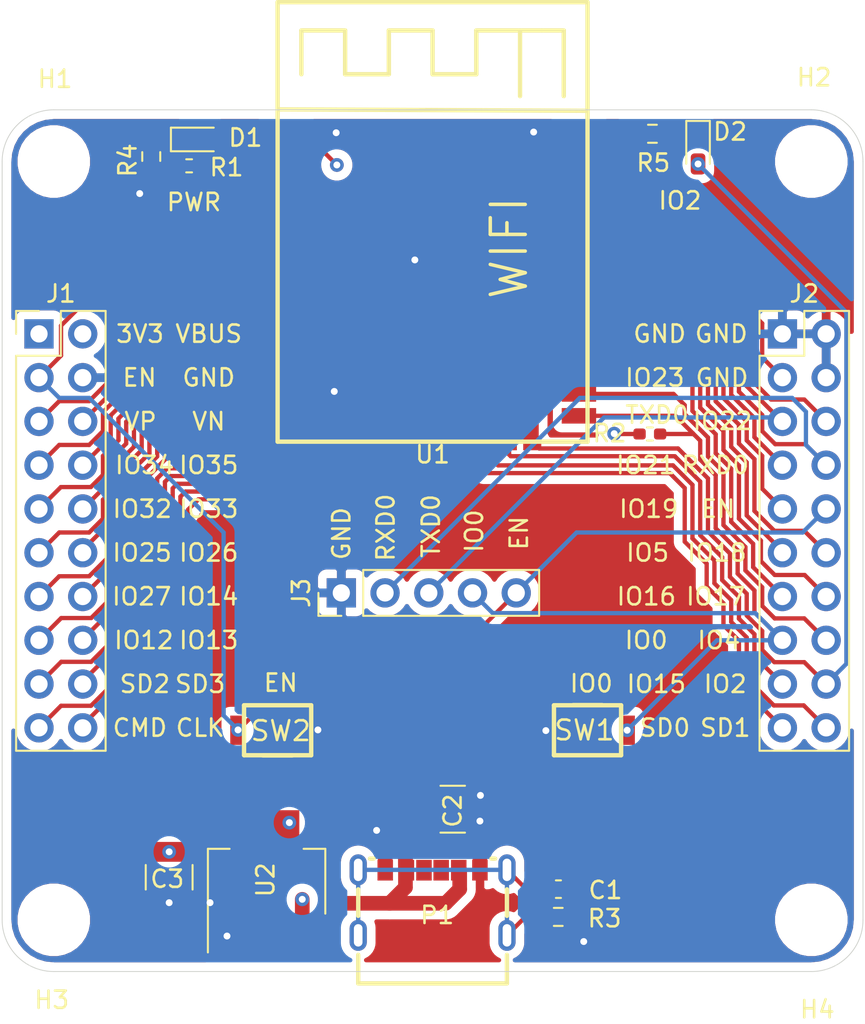
<source format=kicad_pcb>
(kicad_pcb (version 20171130) (host pcbnew "(5.1.10-1-10_14)")
  (layers (0 F.Cu signal) (1 GND power) (2 PWR power) (31 B.Cu signal) (34 B.Paste user) (35 F.Paste user) (36 B.SilkS user) (37 F.SilkS user) (38 B.Mask user) (39 F.Mask user) (44 Edge.Cuts user))
  (net 0 "")
  (net 1 GND)
  (net 2 EN)
  (net 3 +3V3)
  (net 4 IO0)
  (net 5 IO2)
  (net 6 "Net-(C1-Pad1)")
  (net 7 VBUS)
  (net 8 "Net-(D1-Pad1)")
  (net 9 "Net-(D2-Pad1)")
  (net 10 CLK)
  (net 11 SD0)
  (net 12 SD3)
  (net 13 CMD)
  (net 14 IO13)
  (net 15 SD2)
  (net 16 IO14)
  (net 17 IO12)
  (net 18 IO26)
  (net 19 IO27)
  (net 20 IO33)
  (net 21 IO25)
  (net 22 IO35)
  (net 23 IO32)
  (net 24 SENSOR_VN)
  (net 25 IO34)
  (net 26 SENSOR_VP)
  (net 27 SD1)
  (net 28 IO15)
  (net 29 IO4)
  (net 30 IO16)
  (net 31 IO17)
  (net 32 IO5)
  (net 33 IO18)
  (net 34 IO19)
  (net 35 IO21)
  (net 36 RXD0)
  (net 37 TXD0)
  (net 38 IO22)
  (net 39 IO23)
  (module Connector_PinHeader_2.54mm:PinHeader_1x05_P2.54mm_Vertical (layer F.Cu) (at 119.7 78.03 90)
    (fp_text reference J3 (at 0 -2.33 90) (layer F.SilkS))
    (fp_text value Conn_01x05)
    (pad 5 thru_hole oval (at 0 10.16 90) (size 1.7 1.7) (drill 1) (layers *.Cu *.Mask) (net 2 EN))
    (pad 4 thru_hole oval (at 0 7.62 90) (size 1.7 1.7) (drill 1) (layers *.Cu *.Mask) (net 4 IO0))
    (pad 3 thru_hole oval (at 0 5.08 90) (size 1.7 1.7) (drill 1) (layers *.Cu *.Mask) (net 37 TXD0))
    (pad 2 thru_hole oval (at 0 2.54 90) (size 1.7 1.7) (drill 1) (layers *.Cu *.Mask) (net 36 RXD0))
    (pad 1 thru_hole rect (at 0 0 90) (size 1.7 1.7) (drill 1) (layers *.Cu *.Mask) (net 1 GND))
  )
  (module Resistor_SMD:R_0402_1005Metric_Pad0.72x0.64mm_HandSolder (layer F.Cu) (at 137.62 68.81)
    (fp_text reference R2 (at -2.34 -0.04) (layer F.SilkS))
    (fp_text value 10k)
    (pad 2 smd roundrect (at 0.5975 0) (size 0.715 0.64) (layers F.Cu F.Paste F.Mask) (net 4 IO0))
    (pad 1 smd roundrect (at -0.5975 0) (size 0.715 0.64) (layers F.Cu F.Paste F.Mask) (net 3 +3V3))
  )
  (module Resistor_SMD:R_0402_1005Metric_Pad0.72x0.64mm_HandSolder (layer F.Cu) (at 110.86 53.25 180)
    (fp_text reference R1 (at -2.17 -0.09) (layer F.SilkS))
    (fp_text value 10k)
    (pad 2 smd roundrect (at 0.5975 0 180) (size 0.715 0.64) (layers F.Cu F.Paste F.Mask) (net 2 EN))
    (pad 1 smd roundrect (at -0.5975 0 180) (size 0.715 0.64) (layers F.Cu F.Paste F.Mask) (net 3 +3V3))
  )
  (module Capacitor_SMD:C_1210_3225Metric (layer F.Cu) (at 109.7 94.53 270)
    (fp_text reference C3 (at 0.1 0.11 180) (layer F.SilkS))
    (fp_text value C_Small)
    (pad 2 smd roundrect (at 1.475 0 270) (size 1.15 2.7) (layers F.Cu F.Paste F.Mask) (roundrect_rratio 0.2173904347826087) (net 1 GND))
    (pad 1 smd roundrect (at -1.475 0 270) (size 1.15 2.7) (layers F.Cu F.Paste F.Mask) (roundrect_rratio 0.2173904347826087) (net 3 +3V3))
  )
  (module Capacitor_SMD:C_1210_3225Metric_Pad1.33x2.70mm_HandSolder (layer F.Cu) (at 126.17 90.58)
    (fp_text reference C2 (at 0 0.09 90) (layer F.SilkS))
    (fp_text value C_Small)
    (pad 2 smd roundrect (at 1.5625 0) (size 1.325 2.7) (layers F.Cu F.Paste F.Mask) (roundrect_rratio 0.1886784905660377) (net 1 GND))
    (pad 1 smd roundrect (at -1.5625 0) (size 1.325 2.7) (layers F.Cu F.Paste F.Mask) (roundrect_rratio 0.1886784905660377) (net 7 VBUS))
  )
  (module Connector_PinHeader_2.54mm:PinHeader_2x10_P2.54mm_Vertical (layer F.Cu) (at 145.32 63)
    (fp_text reference J2 (at 1.27 -2.33) (layer F.SilkS))
    (fp_text value Conn_02x10_Odd_Even)
    (pad 20 thru_hole oval (at 2.54 22.86) (size 1.7 1.7) (drill 1) (layers *.Cu *.Mask) (net 27 SD1))
    (pad 19 thru_hole oval (at 0 22.86) (size 1.7 1.7) (drill 1) (layers *.Cu *.Mask) (net 11 SD0))
    (pad 18 thru_hole oval (at 2.54 20.32) (size 1.7 1.7) (drill 1) (layers *.Cu *.Mask) (net 5 IO2))
    (pad 17 thru_hole oval (at 0 20.32) (size 1.7 1.7) (drill 1) (layers *.Cu *.Mask) (net 28 IO15))
    (pad 16 thru_hole oval (at 2.54 17.78) (size 1.7 1.7) (drill 1) (layers *.Cu *.Mask) (net 29 IO4))
    (pad 15 thru_hole oval (at 0 17.78) (size 1.7 1.7) (drill 1) (layers *.Cu *.Mask) (net 4 IO0))
    (pad 14 thru_hole oval (at 2.54 15.24) (size 1.7 1.7) (drill 1) (layers *.Cu *.Mask) (net 31 IO17))
    (pad 13 thru_hole oval (at 0 15.24) (size 1.7 1.7) (drill 1) (layers *.Cu *.Mask) (net 30 IO16))
    (pad 12 thru_hole oval (at 2.54 12.7) (size 1.7 1.7) (drill 1) (layers *.Cu *.Mask) (net 33 IO18))
    (pad 11 thru_hole oval (at 0 12.7) (size 1.7 1.7) (drill 1) (layers *.Cu *.Mask) (net 32 IO5))
    (pad 10 thru_hole oval (at 2.54 10.16) (size 1.7 1.7) (drill 1) (layers *.Cu *.Mask) (net 2 EN))
    (pad 9 thru_hole oval (at 0 10.16) (size 1.7 1.7) (drill 1) (layers *.Cu *.Mask) (net 34 IO19))
    (pad 8 thru_hole oval (at 2.54 7.62) (size 1.7 1.7) (drill 1) (layers *.Cu *.Mask) (net 36 RXD0))
    (pad 7 thru_hole oval (at 0 7.62) (size 1.7 1.7) (drill 1) (layers *.Cu *.Mask) (net 35 IO21))
    (pad 6 thru_hole oval (at 2.54 5.08) (size 1.7 1.7) (drill 1) (layers *.Cu *.Mask) (net 38 IO22))
    (pad 5 thru_hole oval (at 0 5.08) (size 1.7 1.7) (drill 1) (layers *.Cu *.Mask) (net 37 TXD0))
    (pad 4 thru_hole oval (at 2.54 2.54) (size 1.7 1.7) (drill 1) (layers *.Cu *.Mask) (net 1 GND))
    (pad 3 thru_hole oval (at 0 2.54) (size 1.7 1.7) (drill 1) (layers *.Cu *.Mask) (net 39 IO23))
    (pad 2 thru_hole oval (at 2.54 0) (size 1.7 1.7) (drill 1) (layers *.Cu *.Mask) (net 1 GND))
    (pad 1 thru_hole rect (at 0 0) (size 1.7 1.7) (drill 1) (layers *.Cu *.Mask) (net 1 GND))
  )
  (module Connector_PinHeader_2.54mm:PinHeader_2x10_P2.54mm_Vertical (layer F.Cu) (at 102.14 63)
    (fp_text reference J1 (at 1.27 -2.33) (layer F.SilkS))
    (fp_text value Conn_02x10_Odd_Even)
    (pad 20 thru_hole oval (at 2.54 22.86) (size 1.7 1.7) (drill 1) (layers *.Cu *.Mask) (net 10 CLK))
    (pad 19 thru_hole oval (at 0 22.86) (size 1.7 1.7) (drill 1) (layers *.Cu *.Mask) (net 13 CMD))
    (pad 18 thru_hole oval (at 2.54 20.32) (size 1.7 1.7) (drill 1) (layers *.Cu *.Mask) (net 12 SD3))
    (pad 17 thru_hole oval (at 0 20.32) (size 1.7 1.7) (drill 1) (layers *.Cu *.Mask) (net 15 SD2))
    (pad 16 thru_hole oval (at 2.54 17.78) (size 1.7 1.7) (drill 1) (layers *.Cu *.Mask) (net 14 IO13))
    (pad 15 thru_hole oval (at 0 17.78) (size 1.7 1.7) (drill 1) (layers *.Cu *.Mask) (net 17 IO12))
    (pad 14 thru_hole oval (at 2.54 15.24) (size 1.7 1.7) (drill 1) (layers *.Cu *.Mask) (net 16 IO14))
    (pad 13 thru_hole oval (at 0 15.24) (size 1.7 1.7) (drill 1) (layers *.Cu *.Mask) (net 19 IO27))
    (pad 12 thru_hole oval (at 2.54 12.7) (size 1.7 1.7) (drill 1) (layers *.Cu *.Mask) (net 18 IO26))
    (pad 11 thru_hole oval (at 0 12.7) (size 1.7 1.7) (drill 1) (layers *.Cu *.Mask) (net 21 IO25))
    (pad 10 thru_hole oval (at 2.54 10.16) (size 1.7 1.7) (drill 1) (layers *.Cu *.Mask) (net 20 IO33))
    (pad 9 thru_hole oval (at 0 10.16) (size 1.7 1.7) (drill 1) (layers *.Cu *.Mask) (net 23 IO32))
    (pad 8 thru_hole oval (at 2.54 7.62) (size 1.7 1.7) (drill 1) (layers *.Cu *.Mask) (net 22 IO35))
    (pad 7 thru_hole oval (at 0 7.62) (size 1.7 1.7) (drill 1) (layers *.Cu *.Mask) (net 25 IO34))
    (pad 6 thru_hole oval (at 2.54 5.08) (size 1.7 1.7) (drill 1) (layers *.Cu *.Mask) (net 24 SENSOR_VN))
    (pad 5 thru_hole oval (at 0 5.08) (size 1.7 1.7) (drill 1) (layers *.Cu *.Mask) (net 26 SENSOR_VP))
    (pad 4 thru_hole oval (at 2.54 2.54) (size 1.7 1.7) (drill 1) (layers *.Cu *.Mask) (net 1 GND))
    (pad 3 thru_hole oval (at 0 2.54) (size 1.7 1.7) (drill 1) (layers *.Cu *.Mask) (net 2 EN))
    (pad 2 thru_hole oval (at 2.54 0) (size 1.7 1.7) (drill 1) (layers *.Cu *.Mask) (net 7 VBUS))
    (pad 1 thru_hole rect (at 0 0) (size 1.7 1.7) (drill 1) (layers *.Cu *.Mask) (net 3 +3V3))
  )
  (module MountingHole:MountingHole_3.2mm_M3_ISO7380 (layer F.Cu) (at 147 97)
    (fp_text reference H4 (at 0.35 5.2) (layer F.SilkS))
    (fp_text value MountingHole)
    (pad 1 np_thru_hole circle (at 0 0) (size 3.2 3.2) (drill 3.2) (layers *.Cu *.Mask))
  )
  (module MountingHole:MountingHole_3.2mm_M3_ISO7380 (layer F.Cu) (at 103 97)
    (fp_text reference H3 (at -0.12 4.65) (layer F.SilkS))
    (fp_text value MountingHole)
    (pad 1 np_thru_hole circle (at 0 0) (size 3.2 3.2) (drill 3.2) (layers *.Cu *.Mask))
  )
  (module MountingHole:MountingHole_3.2mm_M3_ISO7380 (layer F.Cu) (at 147 53)
    (fp_text reference H2 (at 0.16 -4.88) (layer F.SilkS))
    (fp_text value MountingHole)
    (pad 1 np_thru_hole circle (at 0 0) (size 3.2 3.2) (drill 3.2) (layers *.Cu *.Mask))
  )
  (module MountingHole:MountingHole_3.2mm_M3_ISO7380 (layer F.Cu) (at 103 53)
    (fp_text reference H1 (at 0.07 -4.79) (layer F.SilkS))
    (fp_text value MountingHole)
    (pad 1 np_thru_hole circle (at 0 0) (size 3.2 3.2) (drill 3.2) (layers *.Cu *.Mask))
  )
  (module Package_TO_SOT_SMD:SOT-223-3_TabPin2 (layer F.Cu) (at 115.36 94.79 90)
    (fp_text reference U2 (at 0.11 -0.06 90) (layer F.SilkS))
    (fp_text value LM1117-3.3)
    (pad 1 smd rect (at -3.15 -2.3 90) (size 2 1.5) (layers F.Cu F.Paste F.Mask) (net 1 GND))
    (pad 3 smd rect (at -3.15 2.3 90) (size 2 1.5) (layers F.Cu F.Paste F.Mask) (net 7 VBUS))
    (pad 2 smd rect (at -3.15 0 90) (size 2 1.5) (layers F.Cu F.Paste F.Mask) (net 3 +3V3))
    (pad 2 smd rect (at 3.15 0 90) (size 2 3.8) (layers F.Cu F.Paste F.Mask) (net 3 +3V3))
  )
  (module Resistor_SMD:R_0603_1608Metric_Pad0.98x0.95mm_HandSolder (layer F.Cu) (at 137.77 51.39 180)
    (fp_text reference R5 (at -0.05 -1.69) (layer F.SilkS))
    (fp_text value 10k)
    (pad 2 smd roundrect (at 0.9125 0 180) (size 0.975 0.95) (layers F.Cu F.Paste F.Mask) (net 1 GND))
    (pad 1 smd roundrect (at -0.9125 0 180) (size 0.975 0.95) (layers F.Cu F.Paste F.Mask) (net 9 "Net-(D2-Pad1)"))
  )
  (module Resistor_SMD:R_0603_1608Metric_Pad0.98x0.95mm_HandSolder (layer F.Cu) (at 108.66 52.71 270)
    (fp_text reference R4 (at 0.22 1.37 90) (layer F.SilkS))
    (fp_text value 10k)
    (pad 2 smd roundrect (at 0.9125 0 270) (size 0.975 0.95) (layers F.Cu F.Paste F.Mask) (net 1 GND))
    (pad 1 smd roundrect (at -0.9125 0 270) (size 0.975 0.95) (layers F.Cu F.Paste F.Mask) (net 8 "Net-(D1-Pad1)"))
  )
  (module LED_SMD:LED_0603_1608Metric_Castellated (layer F.Cu) (at 140.42 52.33 270)
    (fp_text reference D2 (at -1.06 -1.86 180) (layer F.SilkS))
    (fp_text value LED)
    (pad 2 smd roundrect (at 0.8125 0 270) (size 1.225 0.85) (layers F.Cu F.Paste F.Mask) (net 5 IO2))
    (pad 1 smd roundrect (at -0.8125 0 270) (size 1.225 0.85) (layers F.Cu F.Paste F.Mask) (net 9 "Net-(D2-Pad1)"))
  )
  (module LED_SMD:LED_0603_1608Metric_Castellated (layer F.Cu) (at 111.4875 51.72)
    (fp_text reference D1 (at 2.6425 -0.1) (layer F.SilkS))
    (fp_text value LED)
    (pad 2 smd roundrect (at 0.8125 0) (size 1.225 0.85) (layers F.Cu F.Paste F.Mask) (net 3 +3V3))
    (pad 1 smd roundrect (at -0.8125 0) (size 1.225 0.85) (layers F.Cu F.Paste F.Mask) (net 8 "Net-(D1-Pad1)"))
  )
  (module Resistor_SMD:R_0603_1608Metric_Pad0.98x0.95mm_HandSolder (layer F.Cu) (at 132.3 96.83)
    (fp_text reference R3 (at 2.69 0.09) (layer F.SilkS))
    (fp_text value 10k)
    (pad 2 smd roundrect (at 0.9125 0) (size 0.975 0.95) (layers F.Cu F.Paste F.Mask) (net 1 GND))
    (pad 1 smd roundrect (at -0.9125 0) (size 0.975 0.95) (layers F.Cu F.Paste F.Mask) (net 6 "Net-(C1-Pad1)"))
  )
  (module mybays_connector:USB-C-SMD_TYPEC-250D-BCP6 (layer F.Cu) (at 125 96)
    (fp_text reference P1 (at 0.27 0.73) (layer F.SilkS))
    (fp_text value USB_C_CHG_6P)
    (pad 3 thru_hole oval (at 4.320159 1.900047) (size 0.999998 1.799996) (drill oval 0.500024 1.300023) (layers *.Cu *.Mask) (net 6 "Net-(C1-Pad1)"))
    (pad 4 thru_hole oval (at 4.320159 -1.900047) (size 0.999998 1.799996) (drill oval 0.500024 1.300023) (layers *.Cu *.Mask) (net 6 "Net-(C1-Pad1)"))
    (pad 2 thru_hole oval (at -4.319905 1.900047) (size 0.999998 1.799996) (drill oval 0.500024 1.300023) (layers *.Cu *.Mask) (net 6 "Net-(C1-Pad1)"))
    (pad 1 thru_hole oval (at -4.319905 -1.900047) (size 0.999998 1.799996) (drill oval 0.500024 1.300023) (layers *.Cu *.Mask) (net 6 "Net-(C1-Pad1)"))
    (pad A12 smd rect (at 2.749931 -1.879981) (size 0.899998 1.199998) (layers F.Cu F.Paste F.Mask) (net 1 GND))
    (pad A9 smd rect (at 1.520063 -1.879981) (size 0.899998 1.199998) (layers F.Cu F.Paste F.Mask) (net 7 VBUS))
    (pad B5 smd rect (at 0.499999 -1.879981) (size 0.899998 1.199998) (layers F.Cu F.Paste F.Mask))
    (pad A5 smd rect (at -0.499999 -1.879981) (size 0.899998 1.199998) (layers F.Cu F.Paste F.Mask))
    (pad B9 smd rect (at -1.520063 -1.879981) (size 0.899998 1.199998) (layers F.Cu F.Paste F.Mask) (net 7 VBUS))
    (pad B12 smd rect (at -2.749931 -1.879981) (size 0.899998 1.199998) (layers F.Cu F.Paste F.Mask) (net 1 GND))
  )
  (module Capacitor_SMD:C_0603_1608Metric_Pad1.08x0.95mm_HandSolder (layer F.Cu) (at 132.31 95.22)
    (fp_text reference C1 (at 2.73 0.06) (layer F.SilkS))
    (fp_text value C_Small)
    (pad 2 smd roundrect (at 0.8625 0) (size 1.075 0.95) (layers F.Cu F.Paste F.Mask) (net 1 GND))
    (pad 1 smd roundrect (at -0.8625 0) (size 1.075 0.95) (layers F.Cu F.Paste F.Mask) (net 6 "Net-(C1-Pad1)"))
  )
  (module mybays_connector:turtlekey (layer F.Cu) (at 116 86)
    (fp_text reference SW2 (at -1.66 0.04) (layer F.SilkS) (effects (font (size 1.143 1.143) (thickness 0.1524)) (justify left)))
    (fp_text value SW_Push)
    (pad 1 smd rect (at -2.29997 0) (size 0.899998 1.699997) (layers F.Cu F.Paste F.Mask) (net 2 EN))
    (pad 2 smd rect (at 2.29997 0) (size 0.899998 1.699997) (layers F.Cu F.Paste F.Mask) (net 1 GND))
  )
  (module mybays_connector:turtlekey (layer F.Cu) (at 134 86 180)
    (fp_text reference SW1 (at -1.66 0) (layer F.SilkS) (effects (font (size 1.143 1.143) (thickness 0.1524)) (justify right)))
    (fp_text value SW_Push)
    (pad 1 smd rect (at -2.29997 0 180) (size 0.899998 1.699997) (layers F.Cu F.Paste F.Mask) (net 4 IO0))
    (pad 2 smd rect (at 2.29997 0 180) (size 0.899998 1.699997) (layers F.Cu F.Paste F.Mask) (net 1 GND))
  )
  (module mybays_modules:WIFIM-SMD_38P-L25.5-W18.0-P1.27 (layer F.Cu) (at 125 60)
    (fp_text reference U1 (at 0 10) (layer F.SilkS))
    (fp_text value ESP32-SOLO-1)
    (fp_text user WIFI (at 4.453128 1.134999 90) (layer F.SilkS) (effects (font (size 2.032 2.032) (thickness 0.2032)) (justify left)))
    (pad 39 smd rect (at -0.999998 -1.255141 180) (size 4.99999 4.99999) (layers F.Cu F.Paste F.Mask) (net 1 GND))
    (pad 38 smd rect (at 8.50011 -8.754999 180) (size 1.999996 0.899998) (layers F.Cu F.Paste F.Mask) (net 1 GND))
    (pad 37 smd rect (at 8.50011 -7.484999 180) (size 1.999996 0.899998) (layers F.Cu F.Paste F.Mask) (net 39 IO23))
    (pad 36 smd rect (at 8.50011 -6.214999 180) (size 1.999996 0.899998) (layers F.Cu F.Paste F.Mask) (net 38 IO22))
    (pad 35 smd rect (at 8.50011 -4.944999 180) (size 1.999996 0.899998) (layers F.Cu F.Paste F.Mask) (net 37 TXD0))
    (pad 34 smd rect (at 8.50011 -3.674999 180) (size 1.999996 0.899998) (layers F.Cu F.Paste F.Mask) (net 36 RXD0))
    (pad 33 smd rect (at 8.50011 -2.404999 180) (size 1.999996 0.899998) (layers F.Cu F.Paste F.Mask) (net 35 IO21))
    (pad 1 smd rect (at -8.50011 -8.754999 180) (size 1.999996 0.899998) (layers F.Cu F.Paste F.Mask) (net 1 GND))
    (pad 2 smd rect (at -8.50011 -7.484999 180) (size 1.999996 0.899998) (layers F.Cu F.Paste F.Mask) (net 3 +3V3))
    (pad 3 smd rect (at -8.50011 -6.214999 180) (size 1.999996 0.899998) (layers F.Cu F.Paste F.Mask) (net 2 EN))
    (pad 4 smd rect (at -8.50011 -4.944999 180) (size 1.999996 0.899998) (layers F.Cu F.Paste F.Mask) (net 26 SENSOR_VP))
    (pad 5 smd rect (at -8.50011 -3.674999 180) (size 1.999996 0.899998) (layers F.Cu F.Paste F.Mask) (net 24 SENSOR_VN))
    (pad 6 smd rect (at -8.50011 -2.404999 180) (size 1.999996 0.899998) (layers F.Cu F.Paste F.Mask) (net 25 IO34))
    (pad 7 smd rect (at -8.50011 -1.134999 180) (size 1.999996 0.899998) (layers F.Cu F.Paste F.Mask) (net 22 IO35))
    (pad 8 smd rect (at -8.50011 0.135001 180) (size 1.999996 0.899998) (layers F.Cu F.Paste F.Mask) (net 23 IO32))
    (pad 9 smd rect (at -8.50011 1.405001 180) (size 1.999996 0.899998) (layers F.Cu F.Paste F.Mask) (net 20 IO33))
    (pad 10 smd rect (at -8.50011 2.675001 180) (size 1.999996 0.899998) (layers F.Cu F.Paste F.Mask) (net 21 IO25))
    (pad 11 smd rect (at -8.50011 3.945001 180) (size 1.999996 0.899998) (layers F.Cu F.Paste F.Mask) (net 18 IO26))
    (pad 12 smd rect (at -8.50011 5.215001 180) (size 1.999996 0.899998) (layers F.Cu F.Paste F.Mask) (net 19 IO27))
    (pad 13 smd rect (at -8.50011 6.485001 180) (size 1.999996 0.899998) (layers F.Cu F.Paste F.Mask) (net 16 IO14))
    (pad 14 smd rect (at -8.50011 7.755001 180) (size 1.999996 0.899998) (layers F.Cu F.Paste F.Mask) (net 17 IO12))
    (pad 15 smd rect (at -5.715 8.754999 270) (size 1.999996 0.899998) (layers F.Cu F.Paste F.Mask) (net 1 GND))
    (pad 16 smd rect (at -4.445 8.754999 270) (size 1.999996 0.899998) (layers F.Cu F.Paste F.Mask) (net 14 IO13))
    (pad 17 smd rect (at -3.175 8.754999 270) (size 1.999996 0.899998) (layers F.Cu F.Paste F.Mask) (net 15 SD2))
    (pad 18 smd rect (at -1.905 8.754999 270) (size 1.999996 0.899998) (layers F.Cu F.Paste F.Mask) (net 12 SD3))
    (pad 19 smd rect (at -0.635 8.754999 270) (size 1.999996 0.899998) (layers F.Cu F.Paste F.Mask) (net 13 CMD))
    (pad 20 smd rect (at 0.635 8.754999 270) (size 1.999996 0.899998) (layers F.Cu F.Paste F.Mask) (net 10 CLK))
    (pad 21 smd rect (at 1.905 8.754999 90) (size 1.999996 0.899998) (layers F.Cu F.Paste F.Mask) (net 11 SD0))
    (pad 22 smd rect (at 3.175 8.754999 90) (size 1.999996 0.899998) (layers F.Cu F.Paste F.Mask) (net 27 SD1))
    (pad 23 smd rect (at 4.445 8.754999 90) (size 1.999996 0.899998) (layers F.Cu F.Paste F.Mask) (net 28 IO15))
    (pad 24 smd rect (at 5.715 8.754999 90) (size 1.999996 0.899998) (layers F.Cu F.Paste F.Mask) (net 5 IO2))
    (pad 25 smd rect (at 8.50011 7.755001 180) (size 1.999996 0.899998) (layers F.Cu F.Paste F.Mask) (net 4 IO0))
    (pad 26 smd rect (at 8.50011 6.485001 180) (size 1.999996 0.899998) (layers F.Cu F.Paste F.Mask) (net 29 IO4))
    (pad 27 smd rect (at 8.50011 5.215001 180) (size 1.999996 0.899998) (layers F.Cu F.Paste F.Mask) (net 30 IO16))
    (pad 28 smd rect (at 8.50011 3.945001 180) (size 1.999996 0.899998) (layers F.Cu F.Paste F.Mask) (net 31 IO17))
    (pad 29 smd rect (at 8.50011 2.675001 180) (size 1.999996 0.899998) (layers F.Cu F.Paste F.Mask) (net 32 IO5))
    (pad 30 smd rect (at 8.50011 1.405001 180) (size 1.999996 0.899998) (layers F.Cu F.Paste F.Mask) (net 33 IO18))
    (pad 31 smd rect (at 8.50011 0.135001 180) (size 1.999996 0.899998) (layers F.Cu F.Paste F.Mask) (net 34 IO19))
    (pad 32 smd rect (at 8.50011 -1.134999 180) (size 1.999996 0.899998) (layers F.Cu F.Paste F.Mask))
  )
  (gr_text EN (at 130.02 74.56 90) (layer F.SilkS) (effects (font (size 1 1))))
  (gr_text IO0 (at 127.42 74.44 90) (layer F.SilkS) (effects (font (size 1 1))))
  (gr_text TXD0 (at 124.91 74.15 90) (layer F.SilkS) (effects (font (size 1 1))))
  (gr_text RXD0 (at 122.28 74.24 90) (layer F.SilkS) (effects (font (size 1 1))))
  (gr_text GND (at 119.71 74.59 90) (layer F.SilkS) (effects (font (size 1 1))))
  (gr_text IO0 (at 134.22 83.29) (layer F.SilkS) (effects (font (size 1 1))))
  (gr_text EN (at 116.18 83.25) (layer F.SilkS) (effects (font (size 1 1))))
  (gr_text IO2 (at 139.37 55.27) (layer F.SilkS) (effects (font (size 1 1))))
  (gr_text PWR (at 111.14 55.36) (layer F.SilkS) (effects (font (size 1 1))))
  (gr_text VN (at 112 68.08) (layer F.SilkS) (effects (font (size 1 1))))
  (gr_text IO26 (at 112 75.7) (layer F.SilkS) (effects (font (size 1 1))))
  (gr_text IO14 (at 112 78.24) (layer F.SilkS) (effects (font (size 1 1))))
  (gr_text SD0 (at 138.5 85.86) (layer F.SilkS) (effects (font (size 1 1))))
  (gr_text SD1 (at 142 85.86) (layer F.SilkS) (effects (font (size 1 1))))
  (gr_text IO2 (at 142 83.32) (layer F.SilkS) (effects (font (size 1 1))))
  (gr_text IO15 (at 138 83.32) (layer F.SilkS) (effects (font (size 1 1))))
  (gr_text IO4 (at 141.63 80.78) (layer F.SilkS) (effects (font (size 1 1))))
  (gr_text IO0 (at 137.41 80.78) (layer F.SilkS) (effects (font (size 1 1))))
  (gr_text IO16 (at 137.42 78.24) (layer F.SilkS) (effects (font (size 1 1))))
  (gr_text IO17 (at 141.45 78.24) (layer F.SilkS) (effects (font (size 1 1))))
  (gr_text IO5 (at 137.49 75.7) (layer F.SilkS) (effects (font (size 1 1))))
  (gr_text IO18 (at 141.52 75.7) (layer F.SilkS) (effects (font (size 1 1))))
  (gr_text EN (at 141.59 73.16) (layer F.SilkS) (effects (font (size 1 1))))
  (gr_text IO19 (at 137.56 73.16) (layer F.SilkS) (effects (font (size 1 1))))
  (gr_text IO21 (at 137.38 70.62) (layer F.SilkS) (effects (font (size 1 1))))
  (gr_text RXD0 (at 141.42 70.62) (layer F.SilkS) (effects (font (size 1 1))))
  (gr_text TXD0 (at 138.04 67.7) (layer F.SilkS) (effects (font (size 1 1))))
  (gr_text IO22 (at 141.84 68.06) (layer F.SilkS) (effects (font (size 1 1))))
  (gr_text IO23 (at 137.91 65.54) (layer F.SilkS) (effects (font (size 1 1))))
  (gr_text GND (at 141.81 65.54) (layer F.SilkS) (effects (font (size 1 1))))
  (gr_text GND (at 138.19 63) (layer F.SilkS) (effects (font (size 1 1))))
  (gr_text GND (at 141.77 63) (layer F.SilkS) (effects (font (size 1 1))))
  (gr_text CLK (at 111.5 85.86) (layer F.SilkS) (effects (font (size 1 1))))
  (gr_text CMD (at 108 85.86) (layer F.SilkS) (effects (font (size 1 1))))
  (gr_text SD3 (at 111.5 83.32) (layer F.SilkS) (effects (font (size 1 1))))
  (gr_text SD2 (at 108.29 83.32) (layer F.SilkS) (effects (font (size 1 1))))
  (gr_text IO13 (at 112 80.78) (layer F.SilkS) (effects (font (size 1 1))))
  (gr_text IO12 (at 108.23 80.78) (layer F.SilkS) (effects (font (size 1 1))))
  (gr_text IO27 (at 108.11 78.24) (layer F.SilkS) (effects (font (size 1 1))))
  (gr_text IO25 (at 108.13 75.7) (layer F.SilkS) (effects (font (size 1 1))))
  (gr_text IO33 (at 112 73.16) (layer F.SilkS) (effects (font (size 1 1))))
  (gr_text IO32 (at 108.14 73.16) (layer F.SilkS) (effects (font (size 1 1))))
  (gr_text IO35 (at 112 70.62) (layer F.SilkS) (effects (font (size 1 1))))
  (gr_text IO34 (at 108.28 70.62) (layer F.SilkS) (effects (font (size 1 1))))
  (gr_text VP (at 108.04 68.08) (layer F.SilkS) (effects (font (size 1 1))))
  (gr_text GND (at 112 65.54) (layer F.SilkS) (effects (font (size 1 1))))
  (gr_text EN (at 107.98 65.54) (layer F.SilkS) (effects (font (size 1 1))))
  (gr_text VBUS (at 112 63) (layer F.SilkS) (effects (font (size 1 1))))
  (gr_text 3V3 (at 108.01 63) (layer F.SilkS) (effects (font (size 1 1))))
  (gr_arc (start 103 97) (end 100 97) (angle -90) (layer Edge.Cuts) (width 0.05))
  (gr_arc (start 147 97) (end 147 100) (angle -90) (layer Edge.Cuts) (width 0.05))
  (gr_arc (start 147 53) (end 150 53) (angle -90) (layer Edge.Cuts) (width 0.05))
  (gr_arc (start 103 53) (end 103 50) (angle -90) (layer Edge.Cuts) (width 0.05))
  (gr_line (start 100 97) (end 100 53) (layer Edge.Cuts) (width 0.05))
  (gr_line (start 147 100) (end 103 100) (layer Edge.Cuts) (width 0.05))
  (gr_line (start 150 53) (end 150 97) (layer Edge.Cuts) (width 0.05))
  (gr_line (start 103 50) (end 147 50) (layer Edge.Cuts) (width 0.05))
  (segment (start 136.712501 51.245001) (end 136.8575 51.39) (width 0.25) (layer F.Cu) (net 1))
  (segment (start 133.50011 51.245001) (end 136.712501 51.245001) (width 0.25) (layer F.Cu) (net 1))
  (via (at 123.97 58.71) (size 0.8) (drill 0.4) (layers F.Cu B.Cu) (net 1))
  (segment (start 124.000002 58.740002) (end 123.97 58.71) (width 0.25) (layer F.Cu) (net 1))
  (segment (start 124.000002 58.744859) (end 124.000002 58.740002) (width 0.25) (layer F.Cu) (net 1))
  (segment (start 119.285 68.754999) (end 119.285 68.095) (width 0.25) (layer F.Cu) (net 1))
  (segment (start 119.29 68.09) (end 119.29 66.34) (width 0.25) (layer F.Cu) (net 1))
  (via (at 119.29 66.34) (size 0.8) (drill 0.4) (layers F.Cu B.Cu) (net 1))
  (segment (start 119.285 68.095) (end 119.29 68.09) (width 0.25) (layer F.Cu) (net 1))
  (via (at 130.87 51.29) (size 0.8) (drill 0.4) (layers F.Cu B.Cu) (net 1))
  (segment (start 130.914999 51.245001) (end 130.87 51.29) (width 0.25) (layer F.Cu) (net 1))
  (segment (start 133.50011 51.245001) (end 130.914999 51.245001) (width 0.25) (layer F.Cu) (net 1))
  (segment (start 119.315001 51.245001) (end 119.4 51.33) (width 0.25) (layer F.Cu) (net 1))
  (via (at 119.4 51.33) (size 0.8) (drill 0.4) (layers F.Cu B.Cu) (net 1))
  (segment (start 116.49989 51.245001) (end 119.315001 51.245001) (width 0.25) (layer F.Cu) (net 1))
  (segment (start 113.06 97.94) (end 113.06 96.99) (width 0.85) (layer F.Cu) (net 1))
  (segment (start 112.075 96.005) (end 109.7 96.005) (width 0.85) (layer F.Cu) (net 1))
  (segment (start 133.2125 95.26) (end 133.1725 95.22) (width 0.25) (layer F.Cu) (net 1))
  (segment (start 133.2125 96.83) (end 133.2125 95.26) (width 0.25) (layer F.Cu) (net 1))
  (via (at 133.78 98.26) (size 0.8) (drill 0.4) (layers F.Cu B.Cu) (net 1))
  (segment (start 133.2125 97.6925) (end 133.78 98.26) (width 0.25) (layer F.Cu) (net 1))
  (segment (start 133.2125 96.83) (end 133.2125 97.6925) (width 0.25) (layer F.Cu) (net 1))
  (via (at 127.78 89.78) (size 0.8) (drill 0.4) (layers F.Cu B.Cu) (net 1))
  (segment (start 127.7325 89.8275) (end 127.78 89.78) (width 0.25) (layer F.Cu) (net 1))
  (segment (start 127.7325 90.58) (end 127.7325 89.8275) (width 0.25) (layer F.Cu) (net 1))
  (via (at 127.749931 91.269931) (size 0.8) (drill 0.4) (layers F.Cu B.Cu) (net 1))
  (segment (start 127.7325 91.2525) (end 127.749931 91.269931) (width 0.25) (layer F.Cu) (net 1))
  (segment (start 127.7325 90.58) (end 127.7325 91.2525) (width 0.25) (layer F.Cu) (net 1))
  (segment (start 127.749931 94.120019) (end 127.749931 91.269931) (width 0.85) (layer F.Cu) (net 1))
  (via (at 131.58 86.02) (size 0.8) (drill 0.4) (layers F.Cu B.Cu) (net 1))
  (segment (start 131.6 86) (end 131.58 86.02) (width 0.25) (layer F.Cu) (net 1))
  (segment (start 131.70003 86) (end 131.6 86) (width 0.25) (layer F.Cu) (net 1))
  (via (at 121.75 91.81) (size 0.8) (drill 0.4) (layers F.Cu B.Cu) (net 1))
  (segment (start 122.250069 92.310069) (end 121.75 91.81) (width 0.85) (layer F.Cu) (net 1))
  (segment (start 122.250069 94.120019) (end 122.250069 92.310069) (width 0.85) (layer F.Cu) (net 1))
  (via (at 113.06 97.94) (size 0.8) (drill 0.4) (layers F.Cu B.Cu) (net 1))
  (segment (start 112.39 96.32) (end 112.075 96.005) (width 0.85) (layer F.Cu) (net 1))
  (via (at 112.075 96.005) (size 0.8) (drill 0.4) (layers F.Cu B.Cu) (net 1))
  (segment (start 113.06 96.99) (end 112.39 96.32) (width 0.85) (layer F.Cu) (net 1))
  (via (at 109.7 96.005) (size 0.8) (drill 0.4) (layers F.Cu B.Cu) (net 1))
  (via (at 107.99 54.86) (size 0.8) (drill 0.4) (layers F.Cu B.Cu) (net 1))
  (segment (start 108.66 54.19) (end 107.99 54.86) (width 0.25) (layer F.Cu) (net 1))
  (segment (start 108.66 53.6225) (end 108.66 54.19) (width 0.25) (layer F.Cu) (net 1))
  (via (at 118.34 85.98) (size 0.8) (drill 0.4) (layers F.Cu B.Cu) (net 1))
  (segment (start 118.32 86) (end 118.34 85.98) (width 0.25) (layer F.Cu) (net 1))
  (segment (start 118.29997 86) (end 118.32 86) (width 0.25) (layer F.Cu) (net 1))
  (segment (start 116.49989 53.785001) (end 112.155997 53.785001) (width 0.25) (layer F.Cu) (net 2))
  (segment (start 103.42 64.26) (end 102.14 65.54) (width 0.25) (layer F.Cu) (net 2))
  (segment (start 103.42 62.520998) (end 103.42 64.26) (width 0.25) (layer F.Cu) (net 2))
  (segment (start 110.2625 55.1925) (end 110.505499 55.435499) (width 0.25) (layer F.Cu) (net 2))
  (segment (start 110.2625 53.25) (end 110.2625 55.1925) (width 0.25) (layer F.Cu) (net 2))
  (segment (start 110.505499 55.435499) (end 103.42 62.520998) (width 0.25) (layer F.Cu) (net 2))
  (segment (start 112.155997 53.785001) (end 110.505499 55.435499) (width 0.25) (layer F.Cu) (net 2))
  (segment (start 105.054003 66.715001) (end 103.315001 66.715001) (width 0.25) (layer B.Cu) (net 2))
  (segment (start 103.315001 66.715001) (end 102.14 65.54) (width 0.25) (layer B.Cu) (net 2))
  (segment (start 112.864001 74.524999) (end 105.054003 66.715001) (width 0.25) (layer B.Cu) (net 2))
  (segment (start 147.86 73.16) (end 146.495001 74.524999) (width 0.25) (layer B.Cu) (net 2))
  (via (at 113.7 85.98) (size 0.8) (drill 0.4) (layers F.Cu B.Cu) (net 2))
  (segment (start 113.70003 85.98003) (end 113.7 85.98) (width 0.25) (layer F.Cu) (net 2))
  (segment (start 113.70003 86) (end 113.70003 85.98003) (width 0.25) (layer F.Cu) (net 2))
  (segment (start 112.864001 85.144001) (end 112.864001 74.524999) (width 0.25) (layer B.Cu) (net 2))
  (segment (start 113.7 85.98) (end 112.864001 85.144001) (width 0.25) (layer B.Cu) (net 2))
  (segment (start 133.365001 74.524999) (end 129.86 78.03) (width 0.25) (layer B.Cu) (net 2))
  (segment (start 146.495001 74.524999) (end 133.365001 74.524999) (width 0.25) (layer B.Cu) (net 2))
  (segment (start 129.86 78.03) (end 126.26 81.63) (width 0.25) (layer F.Cu) (net 2))
  (segment (start 118.07003 81.63) (end 113.70003 86) (width 0.25) (layer F.Cu) (net 2))
  (segment (start 126.26 81.63) (end 118.07003 81.63) (width 0.25) (layer F.Cu) (net 2))
  (segment (start 113.095001 52.515001) (end 116.49989 52.515001) (width 0.25) (layer F.Cu) (net 3))
  (segment (start 112.3 51.72) (end 113.095001 52.515001) (width 0.25) (layer F.Cu) (net 3))
  (segment (start 111.4575 52.5625) (end 112.3 51.72) (width 0.25) (layer F.Cu) (net 3))
  (segment (start 111.4575 53.25) (end 111.4575 52.5625) (width 0.25) (layer F.Cu) (net 3))
  (segment (start 115.36 97.94) (end 115.36 91.64) (width 0.85) (layer F.Cu) (net 3))
  (segment (start 115.36 91.64) (end 113.81 91.64) (width 0.85) (layer F.Cu) (net 3))
  (segment (start 112.395 93.055) (end 109.7 93.055) (width 0.85) (layer F.Cu) (net 3))
  (segment (start 113.81 91.64) (end 112.395 93.055) (width 0.85) (layer F.Cu) (net 3))
  (via (at 119.44 53.2) (size 0.8) (drill 0.4) (layers F.Cu B.Cu) (net 3))
  (segment (start 118.755001 52.515001) (end 119.44 53.2) (width 0.25) (layer F.Cu) (net 3))
  (segment (start 116.49989 52.515001) (end 118.755001 52.515001) (width 0.25) (layer F.Cu) (net 3))
  (via (at 135.55 68.79) (size 0.8) (drill 0.4) (layers F.Cu B.Cu) (net 3))
  (segment (start 135.57 68.81) (end 135.55 68.79) (width 0.25) (layer F.Cu) (net 3))
  (segment (start 137.0225 68.81) (end 135.57 68.81) (width 0.25) (layer F.Cu) (net 3))
  (via (at 116.68 91.36) (size 0.8) (drill 0.4) (layers F.Cu B.Cu) (net 3))
  (segment (start 116.4 91.64) (end 116.68 91.36) (width 0.25) (layer F.Cu) (net 3))
  (segment (start 115.36 91.64) (end 116.4 91.64) (width 0.25) (layer F.Cu) (net 3))
  (via (at 109.7 93.055) (size 0.8) (drill 0.4) (layers F.Cu B.Cu) (net 3))
  (segment (start 133.50011 67.755001) (end 139.103721 67.755001) (width 0.25) (layer F.Cu) (net 4))
  (segment (start 140.544925 69.196205) (end 140.544926 70.299796) (width 0.25) (layer F.Cu) (net 4))
  (segment (start 140.544926 70.299796) (end 141.444943 71.199813) (width 0.25) (layer F.Cu) (net 4))
  (segment (start 141.444943 71.199813) (end 141.444943 74.280583) (width 0.25) (layer F.Cu) (net 4))
  (segment (start 142.719972 75.555612) (end 142.719972 76.912792) (width 0.25) (layer F.Cu) (net 4))
  (segment (start 141.444943 74.280583) (end 142.719972 75.555612) (width 0.25) (layer F.Cu) (net 4))
  (segment (start 143.694989 79.154989) (end 145.32 80.78) (width 0.25) (layer F.Cu) (net 4))
  (segment (start 143.694989 77.887809) (end 143.694989 79.154989) (width 0.25) (layer F.Cu) (net 4))
  (segment (start 142.719972 76.912792) (end 143.694989 77.887809) (width 0.25) (layer F.Cu) (net 4))
  (segment (start 140.1 68.81) (end 140.12936 68.78064) (width 0.25) (layer F.Cu) (net 4))
  (segment (start 138.2175 68.81) (end 140.1 68.81) (width 0.25) (layer F.Cu) (net 4))
  (segment (start 140.12936 68.78064) (end 140.544925 69.196205) (width 0.25) (layer F.Cu) (net 4))
  (segment (start 139.103721 67.755001) (end 140.12936 68.78064) (width 0.25) (layer F.Cu) (net 4))
  (segment (start 141.51997 80.78) (end 136.29997 86) (width 0.25) (layer B.Cu) (net 4))
  (via (at 136.29997 86) (size 0.8) (drill 0.4) (layers F.Cu B.Cu) (net 4))
  (segment (start 145.32 80.78) (end 141.51997 80.78) (width 0.25) (layer B.Cu) (net 4))
  (segment (start 143.745001 79.205001) (end 145.32 80.78) (width 0.25) (layer B.Cu) (net 4))
  (segment (start 128.495001 79.205001) (end 143.745001 79.205001) (width 0.25) (layer B.Cu) (net 4))
  (segment (start 127.32 78.03) (end 128.495001 79.205001) (width 0.25) (layer B.Cu) (net 4))
  (segment (start 140.994933 71.386213) (end 140.994934 74.466984) (width 0.25) (layer F.Cu) (net 5))
  (segment (start 142.269962 75.742012) (end 142.269963 77.099193) (width 0.25) (layer F.Cu) (net 5))
  (segment (start 140.994934 74.466984) (end 142.269962 75.742012) (width 0.25) (layer F.Cu) (net 5))
  (segment (start 143.244979 78.074209) (end 143.24498 79.34139) (width 0.25) (layer F.Cu) (net 5))
  (segment (start 142.269963 77.099193) (end 143.244979 78.074209) (width 0.25) (layer F.Cu) (net 5))
  (segment (start 144.144999 81.344001) (end 144.850998 82.05) (width 0.25) (layer F.Cu) (net 5))
  (segment (start 144.144999 80.241409) (end 144.144999 81.344001) (width 0.25) (layer F.Cu) (net 5))
  (segment (start 143.24498 79.34139) (end 144.144999 80.241409) (width 0.25) (layer F.Cu) (net 5))
  (segment (start 146.59 82.05) (end 147.86 83.32) (width 0.25) (layer F.Cu) (net 5))
  (segment (start 144.850998 82.05) (end 146.59 82.05) (width 0.25) (layer F.Cu) (net 5))
  (segment (start 140.20205 70.59564) (end 139.2564 69.64999) (width 0.25) (layer F.Cu) (net 5))
  (segment (start 140.20436 70.59564) (end 140.20205 70.59564) (width 0.25) (layer F.Cu) (net 5))
  (segment (start 140.094917 70.486197) (end 140.20436 70.59564) (width 0.25) (layer F.Cu) (net 5))
  (segment (start 140.20436 70.59564) (end 140.994933 71.386213) (width 0.25) (layer F.Cu) (net 5))
  (segment (start 139.2564 69.64999) (end 131.19 69.64999) (width 0.25) (layer F.Cu) (net 5))
  (segment (start 131.19 69.229999) (end 130.715 68.754999) (width 0.25) (layer F.Cu) (net 5))
  (segment (start 131.19 69.64999) (end 131.19 69.229999) (width 0.25) (layer F.Cu) (net 5))
  (via (at 140.42 53.1425) (size 0.8) (drill 0.4) (layers F.Cu B.Cu) (net 5))
  (segment (start 149.035001 61.757501) (end 140.42 53.1425) (width 0.25) (layer B.Cu) (net 5))
  (segment (start 149.035001 82.144999) (end 149.035001 61.757501) (width 0.25) (layer B.Cu) (net 5))
  (segment (start 147.86 83.32) (end 149.035001 82.144999) (width 0.25) (layer B.Cu) (net 5))
  (segment (start 131.4475 96.77) (end 131.3875 96.83) (width 0.25) (layer F.Cu) (net 6))
  (segment (start 131.4475 95.22) (end 131.4475 96.77) (width 0.25) (layer F.Cu) (net 6))
  (segment (start 130.390206 96.83) (end 129.320159 97.900047) (width 0.25) (layer F.Cu) (net 6))
  (segment (start 131.3875 96.83) (end 130.390206 96.83) (width 0.25) (layer F.Cu) (net 6))
  (segment (start 129.320159 94.099953) (end 120.680095 94.099953) (width 0.25) (layer B.Cu) (net 6))
  (segment (start 120.680095 97.900047) (end 120.680095 94.099953) (width 0.25) (layer B.Cu) (net 6))
  (segment (start 129.320159 97.900047) (end 129.320159 94.099953) (width 0.25) (layer B.Cu) (net 6))
  (segment (start 130.440206 95.22) (end 129.320159 94.099953) (width 0.25) (layer F.Cu) (net 6))
  (segment (start 131.4475 95.22) (end 130.440206 95.22) (width 0.25) (layer F.Cu) (net 6))
  (segment (start 124.6075 90.58) (end 123.425001 91.762499) (width 0.85) (layer F.Cu) (net 7))
  (segment (start 123.425001 95.120087) (end 122.505088 96.04) (width 0.85) (layer F.Cu) (net 7))
  (segment (start 123.425001 91.762499) (end 123.425001 93.004999) (width 0.85) (layer F.Cu) (net 7))
  (segment (start 123.425001 93.004999) (end 123.425001 95.120087) (width 0.85) (layer F.Cu) (net 7))
  (segment (start 123.425001 93.004999) (end 123.425001 94.120019) (width 0.85) (layer F.Cu) (net 7))
  (segment (start 119.56 96.04) (end 117.66 97.94) (width 0.85) (layer F.Cu) (net 7))
  (segment (start 122.505088 96.04) (end 119.56 96.04) (width 0.85) (layer F.Cu) (net 7))
  (segment (start 126.574999 95.220019) (end 126.574999 94.120019) (width 0.85) (layer F.Cu) (net 7))
  (segment (start 125.755018 96.04) (end 126.574999 95.220019) (width 0.85) (layer F.Cu) (net 7))
  (segment (start 122.505088 96.04) (end 125.755018 96.04) (width 0.85) (layer F.Cu) (net 7))
  (via (at 117.43 95.81) (size 0.8) (drill 0.4) (layers F.Cu B.Cu) (net 7))
  (segment (start 117.43 97.71) (end 117.66 97.94) (width 0.85) (layer F.Cu) (net 7))
  (segment (start 117.43 95.81) (end 117.43 97.71) (width 0.85) (layer F.Cu) (net 7))
  (segment (start 108.7375 51.72) (end 108.66 51.7975) (width 0.25) (layer F.Cu) (net 8))
  (segment (start 110.675 51.72) (end 108.7375 51.72) (width 0.25) (layer F.Cu) (net 8))
  (segment (start 140.2925 51.39) (end 140.42 51.5175) (width 0.25) (layer F.Cu) (net 9))
  (segment (start 138.6825 51.39) (end 140.2925 51.39) (width 0.25) (layer F.Cu) (net 9))
  (segment (start 125.635 70.004997) (end 123.039957 72.60004) (width 0.25) (layer F.Cu) (net 10))
  (segment (start 125.635 68.754999) (end 125.635 70.004997) (width 0.25) (layer F.Cu) (net 10))
  (segment (start 110.805102 73.194898) (end 110.805101 73.398999) (width 0.25) (layer F.Cu) (net 10))
  (segment (start 111.39996 72.60004) (end 110.805102 73.194898) (width 0.25) (layer F.Cu) (net 10))
  (segment (start 123.039957 72.60004) (end 111.39996 72.60004) (width 0.25) (layer F.Cu) (net 10))
  (segment (start 109.905083 74.299017) (end 109.905082 75.40161) (width 0.25) (layer F.Cu) (net 10))
  (segment (start 110.805101 73.398999) (end 109.905083 74.299017) (width 0.25) (layer F.Cu) (net 10))
  (segment (start 109.240066 76.066626) (end 109.240065 77.501985) (width 0.25) (layer F.Cu) (net 10))
  (segment (start 109.905082 75.40161) (end 109.240066 76.066626) (width 0.25) (layer F.Cu) (net 10))
  (segment (start 108.320047 78.422003) (end 108.320047 79.669953) (width 0.25) (layer F.Cu) (net 10))
  (segment (start 109.240065 77.501985) (end 108.320047 78.422003) (width 0.25) (layer F.Cu) (net 10))
  (segment (start 107.450028 80.539972) (end 107.450028 81.719972) (width 0.25) (layer F.Cu) (net 10))
  (segment (start 108.320047 79.669953) (end 107.450028 80.539972) (width 0.25) (layer F.Cu) (net 10))
  (segment (start 106.57001 82.59999) (end 106.57001 83.805402) (width 0.25) (layer F.Cu) (net 10))
  (segment (start 107.450028 81.719972) (end 106.57001 82.59999) (width 0.25) (layer F.Cu) (net 10))
  (segment (start 104.68 85.695412) (end 104.68 85.86) (width 0.25) (layer F.Cu) (net 10))
  (segment (start 106.57001 83.805402) (end 104.68 85.695412) (width 0.25) (layer F.Cu) (net 10))
  (segment (start 126.905 70.004997) (end 127.980013 71.08001) (width 0.25) (layer F.Cu) (net 11))
  (segment (start 126.905 68.754999) (end 126.905 70.004997) (width 0.25) (layer F.Cu) (net 11))
  (segment (start 127.980013 71.08001) (end 138.77719 71.08001) (width 0.25) (layer F.Cu) (net 11))
  (segment (start 139.644907 71.947727) (end 139.644907 75.057727) (width 0.25) (layer F.Cu) (net 11))
  (segment (start 138.77719 71.08001) (end 139.644907 71.947727) (width 0.25) (layer F.Cu) (net 11))
  (segment (start 140.919936 76.332756) (end 140.919936 77.658396) (width 0.25) (layer F.Cu) (net 11))
  (segment (start 139.644907 75.057727) (end 140.919936 76.332756) (width 0.25) (layer F.Cu) (net 11))
  (segment (start 141.894953 78.633413) (end 141.894953 79.900593) (width 0.25) (layer F.Cu) (net 11))
  (segment (start 140.919936 77.658396) (end 141.894953 78.633413) (width 0.25) (layer F.Cu) (net 11))
  (segment (start 142.794969 83.334969) (end 145.32 85.86) (width 0.25) (layer F.Cu) (net 11))
  (segment (start 142.794969 80.800609) (end 142.794969 83.334969) (width 0.25) (layer F.Cu) (net 11))
  (segment (start 141.894953 79.900593) (end 142.794969 80.800609) (width 0.25) (layer F.Cu) (net 11))
  (segment (start 106.55001 80.12281) (end 106.550009 81.285403) (width 0.25) (layer F.Cu) (net 12))
  (segment (start 107.420028 79.252792) (end 106.55001 80.12281) (width 0.25) (layer F.Cu) (net 12))
  (segment (start 104.68 83.155412) (end 104.68 83.32) (width 0.25) (layer F.Cu) (net 12))
  (segment (start 107.420029 78.049201) (end 107.420028 79.252792) (width 0.25) (layer F.Cu) (net 12))
  (segment (start 108.340047 77.129183) (end 107.420029 78.049201) (width 0.25) (layer F.Cu) (net 12))
  (segment (start 108.340048 75.693824) (end 108.340047 77.129183) (width 0.25) (layer F.Cu) (net 12))
  (segment (start 121.399977 71.70002) (end 110.16998 71.70002) (width 0.25) (layer F.Cu) (net 12))
  (segment (start 109.005064 75.028808) (end 108.340048 75.693824) (width 0.25) (layer F.Cu) (net 12))
  (segment (start 109.905083 73.026197) (end 109.005065 73.926215) (width 0.25) (layer F.Cu) (net 12))
  (segment (start 106.550009 81.285403) (end 104.68 83.155412) (width 0.25) (layer F.Cu) (net 12))
  (segment (start 110.16998 71.70002) (end 109.905083 71.964917) (width 0.25) (layer F.Cu) (net 12))
  (segment (start 109.005065 73.926215) (end 109.005064 75.028808) (width 0.25) (layer F.Cu) (net 12))
  (segment (start 123.095 70.004997) (end 121.399977 71.70002) (width 0.25) (layer F.Cu) (net 12))
  (segment (start 123.095 68.754999) (end 123.095 70.004997) (width 0.25) (layer F.Cu) (net 12))
  (segment (start 109.905083 71.964917) (end 109.905083 73.026197) (width 0.25) (layer F.Cu) (net 12))
  (segment (start 124.365 70.004997) (end 122.219967 72.15003) (width 0.25) (layer F.Cu) (net 13))
  (segment (start 124.365 68.754999) (end 124.365 70.004997) (width 0.25) (layer F.Cu) (net 13))
  (segment (start 110.355093 72.444907) (end 110.355092 73.212598) (width 0.25) (layer F.Cu) (net 13))
  (segment (start 110.64997 72.15003) (end 110.355093 72.444907) (width 0.25) (layer F.Cu) (net 13))
  (segment (start 122.219967 72.15003) (end 110.64997 72.15003) (width 0.25) (layer F.Cu) (net 13))
  (segment (start 109.455074 74.112616) (end 109.455073 75.215209) (width 0.25) (layer F.Cu) (net 13))
  (segment (start 110.355092 73.212598) (end 109.455074 74.112616) (width 0.25) (layer F.Cu) (net 13))
  (segment (start 108.790056 77.315584) (end 107.870038 78.235602) (width 0.25) (layer F.Cu) (net 13))
  (segment (start 108.790057 75.880225) (end 108.790056 77.315584) (width 0.25) (layer F.Cu) (net 13))
  (segment (start 109.455073 75.215209) (end 108.790057 75.880225) (width 0.25) (layer F.Cu) (net 13))
  (segment (start 107.870038 78.235602) (end 107.870037 79.439193) (width 0.25) (layer F.Cu) (net 13))
  (segment (start 107.000019 80.309211) (end 107.000018 81.471804) (width 0.25) (layer F.Cu) (net 13))
  (segment (start 107.870037 79.439193) (end 107.000019 80.309211) (width 0.25) (layer F.Cu) (net 13))
  (segment (start 107.000018 81.471804) (end 106.12 82.351822) (width 0.25) (layer F.Cu) (net 13))
  (segment (start 106.12 83.619002) (end 105.159002 84.58) (width 0.25) (layer F.Cu) (net 13))
  (segment (start 106.12 82.351822) (end 106.12 83.619002) (width 0.25) (layer F.Cu) (net 13))
  (segment (start 103.42 84.58) (end 102.14 85.86) (width 0.25) (layer F.Cu) (net 13))
  (segment (start 105.159002 84.58) (end 103.42 84.58) (width 0.25) (layer F.Cu) (net 13))
  (segment (start 104.68 80.05641) (end 104.68 80.22) (width 0.25) (layer F.Cu) (net 14))
  (segment (start 119.759997 70.8) (end 109.59128 70.8) (width 0.25) (layer F.Cu) (net 14))
  (segment (start 120.555 70.004997) (end 119.759997 70.8) (width 0.25) (layer F.Cu) (net 14))
  (segment (start 120.555 68.754999) (end 120.555 70.004997) (width 0.25) (layer F.Cu) (net 14))
  (segment (start 109.005066 71.386214) (end 109.005065 72.653395) (width 0.25) (layer F.Cu) (net 14))
  (segment (start 109.59128 70.8) (end 109.005066 71.386214) (width 0.25) (layer F.Cu) (net 14))
  (segment (start 108.105047 73.553413) (end 108.105046 74.656006) (width 0.25) (layer F.Cu) (net 14))
  (segment (start 109.005065 72.653395) (end 108.105047 73.553413) (width 0.25) (layer F.Cu) (net 14))
  (segment (start 107.44003 75.321022) (end 107.440029 76.756381) (width 0.25) (layer F.Cu) (net 14))
  (segment (start 108.105046 74.656006) (end 107.44003 75.321022) (width 0.25) (layer F.Cu) (net 14))
  (segment (start 106.52001 77.6764) (end 106.52001 78.87999) (width 0.25) (layer F.Cu) (net 14))
  (segment (start 107.440029 76.756381) (end 106.52001 77.6764) (width 0.25) (layer F.Cu) (net 14))
  (segment (start 104.68 80.72) (end 104.68 80.78) (width 0.25) (layer F.Cu) (net 14))
  (segment (start 106.52001 78.87999) (end 104.68 80.72) (width 0.25) (layer F.Cu) (net 14))
  (segment (start 121.825 70.004997) (end 120.579987 71.25001) (width 0.25) (layer F.Cu) (net 15))
  (segment (start 121.825 68.754999) (end 121.825 70.004997) (width 0.25) (layer F.Cu) (net 15))
  (segment (start 109.455075 71.584925) (end 109.455074 72.839796) (width 0.25) (layer F.Cu) (net 15))
  (segment (start 109.78999 71.25001) (end 109.455075 71.584925) (width 0.25) (layer F.Cu) (net 15))
  (segment (start 120.579987 71.25001) (end 109.78999 71.25001) (width 0.25) (layer F.Cu) (net 15))
  (segment (start 108.555056 73.739814) (end 108.555055 74.842407) (width 0.25) (layer F.Cu) (net 15))
  (segment (start 109.455074 72.839796) (end 108.555056 73.739814) (width 0.25) (layer F.Cu) (net 15))
  (segment (start 107.890039 75.507423) (end 107.890038 76.942782) (width 0.25) (layer F.Cu) (net 15))
  (segment (start 108.555055 74.842407) (end 107.890039 75.507423) (width 0.25) (layer F.Cu) (net 15))
  (segment (start 106.97002 77.8628) (end 106.970019 79.066391) (width 0.25) (layer F.Cu) (net 15))
  (segment (start 107.890038 76.942782) (end 106.97002 77.8628) (width 0.25) (layer F.Cu) (net 15))
  (segment (start 106.970019 79.066391) (end 106.1 79.93641) (width 0.25) (layer F.Cu) (net 15))
  (segment (start 106.1 81.099002) (end 105.169002 82.03) (width 0.25) (layer F.Cu) (net 15))
  (segment (start 106.1 79.93641) (end 106.1 81.099002) (width 0.25) (layer F.Cu) (net 15))
  (segment (start 103.43 82.03) (end 102.14 83.32) (width 0.25) (layer F.Cu) (net 15))
  (segment (start 105.169002 82.03) (end 103.43 82.03) (width 0.25) (layer F.Cu) (net 15))
  (segment (start 116.49989 66.485001) (end 110.535082 66.485001) (width 0.25) (layer F.Cu) (net 16))
  (segment (start 110.300083 66.72) (end 110.300082 67.551198) (width 0.25) (layer F.Cu) (net 16))
  (segment (start 110.535082 66.485001) (end 110.300083 66.72) (width 0.25) (layer F.Cu) (net 16))
  (segment (start 109.005066 68.846214) (end 109.005065 70.113395) (width 0.25) (layer F.Cu) (net 16))
  (segment (start 110.300082 67.551198) (end 109.005066 68.846214) (width 0.25) (layer F.Cu) (net 16))
  (segment (start 108.105048 71.013412) (end 108.105047 72.280593) (width 0.25) (layer F.Cu) (net 16))
  (segment (start 109.005065 70.113395) (end 108.105048 71.013412) (width 0.25) (layer F.Cu) (net 16))
  (segment (start 108.105047 72.280593) (end 107.205029 73.180611) (width 0.25) (layer F.Cu) (net 16))
  (segment (start 107.205029 73.180611) (end 107.205028 74.283204) (width 0.25) (layer F.Cu) (net 16))
  (segment (start 106.54001 76.37999) (end 104.68 78.24) (width 0.25) (layer F.Cu) (net 16))
  (segment (start 106.54001 74.948222) (end 106.54001 76.37999) (width 0.25) (layer F.Cu) (net 16))
  (segment (start 107.205028 74.283204) (end 106.54001 74.948222) (width 0.25) (layer F.Cu) (net 16))
  (segment (start 116.49989 67.755001) (end 110.732689 67.755001) (width 0.25) (layer F.Cu) (net 17))
  (segment (start 109.455075 69.032615) (end 109.455074 70.299796) (width 0.25) (layer F.Cu) (net 17))
  (segment (start 110.732689 67.755001) (end 109.455075 69.032615) (width 0.25) (layer F.Cu) (net 17))
  (segment (start 108.555057 71.199813) (end 108.555056 72.466994) (width 0.25) (layer F.Cu) (net 17))
  (segment (start 109.455074 70.299796) (end 108.555057 71.199813) (width 0.25) (layer F.Cu) (net 17))
  (segment (start 107.655038 73.367012) (end 107.655037 74.469605) (width 0.25) (layer F.Cu) (net 17))
  (segment (start 108.555056 72.466994) (end 107.655038 73.367012) (width 0.25) (layer F.Cu) (net 17))
  (segment (start 106.99002 75.134622) (end 106.99002 76.56998) (width 0.25) (layer F.Cu) (net 17))
  (segment (start 107.655037 74.469605) (end 106.99002 75.134622) (width 0.25) (layer F.Cu) (net 17))
  (segment (start 106.07 77.49) (end 106.07 78.589002) (width 0.25) (layer F.Cu) (net 17))
  (segment (start 106.07 78.589002) (end 105.169002 79.49) (width 0.25) (layer F.Cu) (net 17))
  (segment (start 106.99002 76.56998) (end 106.07 77.49) (width 0.25) (layer F.Cu) (net 17))
  (segment (start 103.43 79.49) (end 102.14 80.78) (width 0.25) (layer F.Cu) (net 17))
  (segment (start 105.169002 79.49) (end 103.43 79.49) (width 0.25) (layer F.Cu) (net 17))
  (segment (start 104.68 74.975412) (end 104.68 75.14) (width 0.25) (layer F.Cu) (net 18))
  (segment (start 116.49989 63.945001) (end 109.825064 63.945001) (width 0.25) (layer F.Cu) (net 18))
  (segment (start 109.825064 63.945001) (end 109.400065 64.37) (width 0.25) (layer F.Cu) (net 18))
  (segment (start 109.400065 64.37) (end 109.400064 67.178396) (width 0.25) (layer F.Cu) (net 18))
  (segment (start 108.105048 68.473412) (end 108.105047 69.740593) (width 0.25) (layer F.Cu) (net 18))
  (segment (start 109.400064 67.178396) (end 108.105048 68.473412) (width 0.25) (layer F.Cu) (net 18))
  (segment (start 108.105047 69.740593) (end 107.20503 70.64061) (width 0.25) (layer F.Cu) (net 18))
  (segment (start 107.20503 70.64061) (end 107.205029 71.907791) (width 0.25) (layer F.Cu) (net 18))
  (segment (start 107.205029 71.907791) (end 106.305011 72.807809) (width 0.25) (layer F.Cu) (net 18))
  (segment (start 104.68 75.535412) (end 104.68 75.7) (width 0.25) (layer F.Cu) (net 18))
  (segment (start 106.30501 73.910402) (end 104.68 75.535412) (width 0.25) (layer F.Cu) (net 18))
  (segment (start 106.305011 72.807809) (end 106.30501 73.910402) (width 0.25) (layer F.Cu) (net 18))
  (segment (start 116.49989 65.215001) (end 110.665073 65.215001) (width 0.25) (layer F.Cu) (net 19))
  (segment (start 109.850073 67.364797) (end 108.555057 68.659813) (width 0.25) (layer F.Cu) (net 19))
  (segment (start 109.850074 66.03) (end 109.850073 67.364797) (width 0.25) (layer F.Cu) (net 19))
  (segment (start 110.665073 65.215001) (end 109.850074 66.03) (width 0.25) (layer F.Cu) (net 19))
  (segment (start 108.555057 68.659813) (end 108.555056 69.926994) (width 0.25) (layer F.Cu) (net 19))
  (segment (start 107.655039 70.827011) (end 107.655038 72.094192) (width 0.25) (layer F.Cu) (net 19))
  (segment (start 108.555056 69.926994) (end 107.655039 70.827011) (width 0.25) (layer F.Cu) (net 19))
  (segment (start 106.75502 72.99421) (end 106.755019 74.096803) (width 0.25) (layer F.Cu) (net 19))
  (segment (start 107.655038 72.094192) (end 106.75502 72.99421) (width 0.25) (layer F.Cu) (net 19))
  (segment (start 106.755019 74.096803) (end 106.09 74.761822) (width 0.25) (layer F.Cu) (net 19))
  (segment (start 103.315001 77.064999) (end 102.14 78.24) (width 0.25) (layer F.Cu) (net 19))
  (segment (start 106.09 76.029002) (end 105.054003 77.064999) (width 0.25) (layer F.Cu) (net 19))
  (segment (start 105.054003 77.064999) (end 103.315001 77.064999) (width 0.25) (layer F.Cu) (net 19))
  (segment (start 106.09 74.761822) (end 106.09 76.029002) (width 0.25) (layer F.Cu) (net 19))
  (segment (start 104.68 72.435412) (end 104.68 72.6) (width 0.25) (layer F.Cu) (net 20))
  (segment (start 116.49989 61.405001) (end 109.107049 61.405001) (width 0.25) (layer F.Cu) (net 20))
  (segment (start 108.500047 62.012003) (end 108.500046 66.805594) (width 0.25) (layer F.Cu) (net 20))
  (segment (start 109.107049 61.405001) (end 108.500047 62.012003) (width 0.25) (layer F.Cu) (net 20))
  (segment (start 108.500046 66.805594) (end 107.20503 68.10061) (width 0.25) (layer F.Cu) (net 20))
  (segment (start 107.20503 68.10061) (end 107.205029 69.367791) (width 0.25) (layer F.Cu) (net 20))
  (segment (start 106.305011 71.534989) (end 104.68 73.16) (width 0.25) (layer F.Cu) (net 20))
  (segment (start 106.305011 70.267809) (end 106.305011 71.534989) (width 0.25) (layer F.Cu) (net 20))
  (segment (start 107.205029 69.367791) (end 106.305011 70.267809) (width 0.25) (layer F.Cu) (net 20))
  (segment (start 103.315001 74.524999) (end 102.14 75.7) (width 0.25) (layer F.Cu) (net 21))
  (segment (start 108.950056 63.31) (end 108.950055 66.991995) (width 0.25) (layer F.Cu) (net 21))
  (segment (start 105.855001 72.621409) (end 105.855001 73.724001) (width 0.25) (layer F.Cu) (net 21))
  (segment (start 105.855001 73.724001) (end 105.054003 74.524999) (width 0.25) (layer F.Cu) (net 21))
  (segment (start 106.75502 71.72139) (end 105.855001 72.621409) (width 0.25) (layer F.Cu) (net 21))
  (segment (start 109.585055 62.675001) (end 108.950056 63.31) (width 0.25) (layer F.Cu) (net 21))
  (segment (start 106.755021 70.454209) (end 106.75502 71.72139) (width 0.25) (layer F.Cu) (net 21))
  (segment (start 105.054003 74.524999) (end 103.315001 74.524999) (width 0.25) (layer F.Cu) (net 21))
  (segment (start 107.655038 69.554192) (end 106.755021 70.454209) (width 0.25) (layer F.Cu) (net 21))
  (segment (start 116.49989 62.675001) (end 109.585055 62.675001) (width 0.25) (layer F.Cu) (net 21))
  (segment (start 107.655039 68.287011) (end 107.655038 69.554192) (width 0.25) (layer F.Cu) (net 21))
  (segment (start 108.950055 66.991995) (end 107.655039 68.287011) (width 0.25) (layer F.Cu) (net 21))
  (segment (start 116.49989 58.865001) (end 110.374229 58.865001) (width 0.25) (layer F.Cu) (net 22))
  (segment (start 110.374229 58.865001) (end 107.600029 61.639201) (width 0.25) (layer F.Cu) (net 22))
  (segment (start 107.600029 61.639201) (end 107.600028 66.432792) (width 0.25) (layer F.Cu) (net 22))
  (segment (start 106.305011 68.994989) (end 104.68 70.62) (width 0.25) (layer F.Cu) (net 22))
  (segment (start 106.305011 67.727809) (end 106.305011 68.994989) (width 0.25) (layer F.Cu) (net 22))
  (segment (start 107.600028 66.432792) (end 106.305011 67.727809) (width 0.25) (layer F.Cu) (net 22))
  (segment (start 116.49989 60.135001) (end 109.740639 60.135001) (width 0.25) (layer F.Cu) (net 23))
  (segment (start 109.740639 60.135001) (end 108.050038 61.825602) (width 0.25) (layer F.Cu) (net 23))
  (segment (start 108.050038 61.825602) (end 108.050037 66.619193) (width 0.25) (layer F.Cu) (net 23))
  (segment (start 106.755021 67.914209) (end 106.75502 69.18139) (width 0.25) (layer F.Cu) (net 23))
  (segment (start 108.050037 66.619193) (end 106.755021 67.914209) (width 0.25) (layer F.Cu) (net 23))
  (segment (start 105.855001 71.184001) (end 105.149002 71.89) (width 0.25) (layer F.Cu) (net 23))
  (segment (start 105.855001 70.081409) (end 105.855001 71.184001) (width 0.25) (layer F.Cu) (net 23))
  (segment (start 106.75502 69.18139) (end 105.855001 70.081409) (width 0.25) (layer F.Cu) (net 23))
  (segment (start 103.41 71.89) (end 102.14 73.16) (width 0.25) (layer F.Cu) (net 23))
  (segment (start 105.149002 71.89) (end 103.41 71.89) (width 0.25) (layer F.Cu) (net 23))
  (segment (start 106.70001 66.05999) (end 104.68 68.08) (width 0.25) (layer F.Cu) (net 24))
  (segment (start 106.70001 61.2664) (end 106.70001 66.05999) (width 0.25) (layer F.Cu) (net 24))
  (segment (start 111.641409 56.325001) (end 106.70001 61.2664) (width 0.25) (layer F.Cu) (net 24))
  (segment (start 116.49989 56.325001) (end 111.641409 56.325001) (width 0.25) (layer F.Cu) (net 24))
  (segment (start 116.49989 57.595001) (end 111.007819 57.595001) (width 0.25) (layer F.Cu) (net 25))
  (segment (start 111.007819 57.595001) (end 107.15002 61.4528) (width 0.25) (layer F.Cu) (net 25))
  (segment (start 107.15002 61.4528) (end 107.150019 66.246391) (width 0.25) (layer F.Cu) (net 25))
  (segment (start 103.315001 69.444999) (end 102.14 70.62) (width 0.25) (layer F.Cu) (net 25))
  (segment (start 105.054003 69.444999) (end 103.315001 69.444999) (width 0.25) (layer F.Cu) (net 25))
  (segment (start 105.855001 68.644001) (end 105.054003 69.444999) (width 0.25) (layer F.Cu) (net 25))
  (segment (start 105.855001 67.541409) (end 105.855001 68.644001) (width 0.25) (layer F.Cu) (net 25))
  (segment (start 107.150019 66.246391) (end 105.855001 67.541409) (width 0.25) (layer F.Cu) (net 25))
  (segment (start 116.49989 55.055001) (end 112.274999 55.055001) (width 0.25) (layer F.Cu) (net 26))
  (segment (start 112.274999 55.055001) (end 106.25 61.08) (width 0.25) (layer F.Cu) (net 26))
  (segment (start 105.054003 66.904999) (end 103.315001 66.904999) (width 0.25) (layer F.Cu) (net 26))
  (segment (start 103.315001 66.904999) (end 102.14 68.08) (width 0.25) (layer F.Cu) (net 26))
  (segment (start 106.25 65.709002) (end 105.054003 66.904999) (width 0.25) (layer F.Cu) (net 26))
  (segment (start 106.25 61.08) (end 106.25 65.709002) (width 0.25) (layer F.Cu) (net 26))
  (segment (start 128.800003 70.63) (end 138.96359 70.63) (width 0.25) (layer F.Cu) (net 27))
  (segment (start 128.175 70.004997) (end 128.800003 70.63) (width 0.25) (layer F.Cu) (net 27))
  (segment (start 128.175 68.754999) (end 128.175 70.004997) (width 0.25) (layer F.Cu) (net 27))
  (segment (start 140.094915 71.761325) (end 140.094916 74.871326) (width 0.25) (layer F.Cu) (net 27))
  (segment (start 138.96359 70.63) (end 140.094915 71.761325) (width 0.25) (layer F.Cu) (net 27))
  (segment (start 141.369944 76.146354) (end 141.369945 77.471995) (width 0.25) (layer F.Cu) (net 27))
  (segment (start 140.094916 74.871326) (end 141.369944 76.146354) (width 0.25) (layer F.Cu) (net 27))
  (segment (start 142.344961 78.447011) (end 142.344962 79.714192) (width 0.25) (layer F.Cu) (net 27))
  (segment (start 141.369945 77.471995) (end 142.344961 78.447011) (width 0.25) (layer F.Cu) (net 27))
  (segment (start 143.244979 82.983981) (end 144.820998 84.56) (width 0.25) (layer F.Cu) (net 27))
  (segment (start 143.244979 80.614209) (end 143.244979 82.983981) (width 0.25) (layer F.Cu) (net 27))
  (segment (start 142.344962 79.714192) (end 143.244979 80.614209) (width 0.25) (layer F.Cu) (net 27))
  (segment (start 146.56 84.56) (end 147.86 85.86) (width 0.25) (layer F.Cu) (net 27))
  (segment (start 144.820998 84.56) (end 146.56 84.56) (width 0.25) (layer F.Cu) (net 27))
  (segment (start 129.445 70.004997) (end 129.540003 70.1) (width 0.25) (layer F.Cu) (net 28))
  (segment (start 129.445 68.754999) (end 129.445 70.004997) (width 0.25) (layer F.Cu) (net 28))
  (segment (start 139.07 70.1) (end 140.53 71.56) (width 0.25) (layer F.Cu) (net 28))
  (segment (start 140.53 71.56) (end 140.53231 71.56) (width 0.25) (layer F.Cu) (net 28))
  (segment (start 129.540003 70.1) (end 139.07 70.1) (width 0.25) (layer F.Cu) (net 28))
  (segment (start 140.544925 74.684925) (end 141.819954 75.959954) (width 0.25) (layer F.Cu) (net 28))
  (segment (start 140.544925 71.572615) (end 140.544925 74.684925) (width 0.25) (layer F.Cu) (net 28))
  (segment (start 140.53231 71.56) (end 140.544925 71.572615) (width 0.25) (layer F.Cu) (net 28))
  (segment (start 141.819954 77.285594) (end 142.794971 78.260611) (width 0.25) (layer F.Cu) (net 28))
  (segment (start 141.819954 75.959954) (end 141.819954 77.285594) (width 0.25) (layer F.Cu) (net 28))
  (segment (start 142.794971 78.260611) (end 142.794971 79.527791) (width 0.25) (layer F.Cu) (net 28))
  (segment (start 143.694989 81.694989) (end 145.32 83.32) (width 0.25) (layer F.Cu) (net 28))
  (segment (start 143.694989 80.427809) (end 143.694989 81.694989) (width 0.25) (layer F.Cu) (net 28))
  (segment (start 142.794971 79.527791) (end 143.694989 80.427809) (width 0.25) (layer F.Cu) (net 28))
  (segment (start 144.869998 79.51) (end 146.59 79.51) (width 0.25) (layer F.Cu) (net 29))
  (segment (start 144.144999 78.785001) (end 144.869998 79.51) (width 0.25) (layer F.Cu) (net 29))
  (segment (start 144.144999 77.701409) (end 144.144999 78.785001) (width 0.25) (layer F.Cu) (net 29))
  (segment (start 140.994935 69.009805) (end 140.994935 70.113395) (width 0.25) (layer F.Cu) (net 29))
  (segment (start 143.169981 76.726391) (end 144.144999 77.701409) (width 0.25) (layer F.Cu) (net 29))
  (segment (start 143.16998 75.36921) (end 143.169981 76.726391) (width 0.25) (layer F.Cu) (net 29))
  (segment (start 141.894952 74.094182) (end 143.16998 75.36921) (width 0.25) (layer F.Cu) (net 29))
  (segment (start 146.59 79.51) (end 147.86 80.78) (width 0.25) (layer F.Cu) (net 29))
  (segment (start 138.995001 66.485001) (end 139.644907 67.134907) (width 0.25) (layer F.Cu) (net 29))
  (segment (start 141.894951 71.013411) (end 141.894952 74.094182) (width 0.25) (layer F.Cu) (net 29))
  (segment (start 140.994935 70.113395) (end 141.894951 71.013411) (width 0.25) (layer F.Cu) (net 29))
  (segment (start 139.644908 67.659778) (end 140.994935 69.009805) (width 0.25) (layer F.Cu) (net 29))
  (segment (start 139.644907 67.134907) (end 139.644908 67.659778) (width 0.25) (layer F.Cu) (net 29))
  (segment (start 133.50011 66.485001) (end 138.995001 66.485001) (width 0.25) (layer F.Cu) (net 29))
  (segment (start 133.50011 65.215001) (end 139.449917 65.215001) (width 0.25) (layer F.Cu) (net 30))
  (segment (start 140.094917 65.860001) (end 140.094917 67.473377) (width 0.25) (layer F.Cu) (net 30))
  (segment (start 139.449917 65.215001) (end 140.094917 65.860001) (width 0.25) (layer F.Cu) (net 30))
  (segment (start 141.444943 68.823403) (end 141.444944 69.926994) (width 0.25) (layer F.Cu) (net 30))
  (segment (start 140.094917 67.473377) (end 141.444943 68.823403) (width 0.25) (layer F.Cu) (net 30))
  (segment (start 142.344961 70.827011) (end 142.344961 73.907781) (width 0.25) (layer F.Cu) (net 30))
  (segment (start 141.444944 69.926994) (end 142.344961 70.827011) (width 0.25) (layer F.Cu) (net 30))
  (segment (start 143.61999 76.53999) (end 145.32 78.24) (width 0.25) (layer F.Cu) (net 30))
  (segment (start 143.61999 75.18281) (end 143.61999 76.53999) (width 0.25) (layer F.Cu) (net 30))
  (segment (start 142.344961 73.907781) (end 143.61999 75.18281) (width 0.25) (layer F.Cu) (net 30))
  (segment (start 133.50011 63.945001) (end 139.715001 63.945001) (width 0.25) (layer F.Cu) (net 31))
  (segment (start 140.544925 64.774925) (end 140.544926 67.286976) (width 0.25) (layer F.Cu) (net 31))
  (segment (start 139.715001 63.945001) (end 140.544925 64.774925) (width 0.25) (layer F.Cu) (net 31))
  (segment (start 141.894953 68.637003) (end 141.894953 69.740593) (width 0.25) (layer F.Cu) (net 31))
  (segment (start 140.544926 67.286976) (end 141.894953 68.637003) (width 0.25) (layer F.Cu) (net 31))
  (segment (start 142.794969 70.640609) (end 142.79497 73.72138) (width 0.25) (layer F.Cu) (net 31))
  (segment (start 141.894953 69.740593) (end 142.794969 70.640609) (width 0.25) (layer F.Cu) (net 31))
  (segment (start 142.79497 73.72138) (end 144.07 74.99641) (width 0.25) (layer F.Cu) (net 31))
  (segment (start 144.07 76.189002) (end 144.870998 76.99) (width 0.25) (layer F.Cu) (net 31))
  (segment (start 144.07 74.99641) (end 144.07 76.189002) (width 0.25) (layer F.Cu) (net 31))
  (segment (start 146.61 76.99) (end 147.86 78.24) (width 0.25) (layer F.Cu) (net 31))
  (segment (start 144.870998 76.99) (end 146.61 76.99) (width 0.25) (layer F.Cu) (net 31))
  (segment (start 133.50011 62.675001) (end 139.821648 62.675001) (width 0.25) (layer F.Cu) (net 32))
  (segment (start 139.821648 62.675001) (end 140.994935 63.848288) (width 0.25) (layer F.Cu) (net 32))
  (segment (start 140.994935 63.848288) (end 140.994935 67.100575) (width 0.25) (layer F.Cu) (net 32))
  (segment (start 142.344961 68.450601) (end 142.344962 69.554192) (width 0.25) (layer F.Cu) (net 32))
  (segment (start 140.994935 67.100575) (end 142.344961 68.450601) (width 0.25) (layer F.Cu) (net 32))
  (segment (start 143.244979 70.454209) (end 143.244979 73.534979) (width 0.25) (layer F.Cu) (net 32))
  (segment (start 142.344962 69.554192) (end 143.244979 70.454209) (width 0.25) (layer F.Cu) (net 32))
  (segment (start 145.32 75.61) (end 145.32 75.7) (width 0.25) (layer F.Cu) (net 32))
  (segment (start 143.244979 73.534979) (end 145.32 75.61) (width 0.25) (layer F.Cu) (net 32))
  (segment (start 146.59 74.43) (end 147.86 75.7) (width 0.25) (layer F.Cu) (net 33))
  (segment (start 143.694989 73.273991) (end 144.850998 74.43) (width 0.25) (layer F.Cu) (net 33))
  (segment (start 142.794971 68.264201) (end 142.794971 69.367791) (width 0.25) (layer F.Cu) (net 33))
  (segment (start 141.444944 66.914174) (end 142.794971 68.264201) (width 0.25) (layer F.Cu) (net 33))
  (segment (start 141.444943 63.661886) (end 141.444944 66.914174) (width 0.25) (layer F.Cu) (net 33))
  (segment (start 143.694989 70.267809) (end 143.694989 73.273991) (width 0.25) (layer F.Cu) (net 33))
  (segment (start 139.188058 61.405001) (end 141.444943 63.661886) (width 0.25) (layer F.Cu) (net 33))
  (segment (start 144.850998 74.43) (end 146.59 74.43) (width 0.25) (layer F.Cu) (net 33))
  (segment (start 142.794971 69.367791) (end 143.694989 70.267809) (width 0.25) (layer F.Cu) (net 33))
  (segment (start 133.50011 61.405001) (end 139.188058 61.405001) (width 0.25) (layer F.Cu) (net 33))
  (segment (start 133.50011 60.135001) (end 138.554468 60.135001) (width 0.25) (layer F.Cu) (net 34))
  (segment (start 141.894953 63.475486) (end 141.894953 66.727773) (width 0.25) (layer F.Cu) (net 34))
  (segment (start 138.554468 60.135001) (end 141.894953 63.475486) (width 0.25) (layer F.Cu) (net 34))
  (segment (start 143.244979 68.077799) (end 143.24498 69.18139) (width 0.25) (layer F.Cu) (net 34))
  (segment (start 141.894953 66.727773) (end 143.244979 68.077799) (width 0.25) (layer F.Cu) (net 34))
  (segment (start 144.144999 71.984999) (end 145.32 73.16) (width 0.25) (layer F.Cu) (net 34))
  (segment (start 144.144999 70.081409) (end 144.144999 71.984999) (width 0.25) (layer F.Cu) (net 34))
  (segment (start 143.24498 69.18139) (end 144.144999 70.081409) (width 0.25) (layer F.Cu) (net 34))
  (segment (start 133.50011 57.595001) (end 136.650878 57.595001) (width 0.25) (layer F.Cu) (net 35))
  (segment (start 136.650878 57.595001) (end 142.344961 63.289084) (width 0.25) (layer F.Cu) (net 35))
  (segment (start 142.344962 66.541372) (end 143.694989 67.891399) (width 0.25) (layer F.Cu) (net 35))
  (segment (start 142.344961 63.289084) (end 142.344962 66.541372) (width 0.25) (layer F.Cu) (net 35))
  (segment (start 143.694989 68.994989) (end 145.32 70.62) (width 0.25) (layer F.Cu) (net 35))
  (segment (start 143.694989 67.891399) (end 143.694989 68.994989) (width 0.25) (layer F.Cu) (net 35))
  (segment (start 133.50011 56.325001) (end 136.017288 56.325001) (width 0.25) (layer F.Cu) (net 36))
  (segment (start 136.017288 56.325001) (end 142.794971 63.102684) (width 0.25) (layer F.Cu) (net 36))
  (segment (start 142.794971 63.102684) (end 142.794971 66.354971) (width 0.25) (layer F.Cu) (net 36))
  (segment (start 144.144999 68.644001) (end 144.900998 69.4) (width 0.25) (layer F.Cu) (net 36))
  (segment (start 144.144999 67.704999) (end 144.144999 68.644001) (width 0.25) (layer F.Cu) (net 36))
  (segment (start 142.794971 66.354971) (end 144.144999 67.704999) (width 0.25) (layer F.Cu) (net 36))
  (segment (start 146.64 69.4) (end 147.86 70.62) (width 0.25) (layer F.Cu) (net 36))
  (segment (start 144.900998 69.4) (end 146.64 69.4) (width 0.25) (layer F.Cu) (net 36))
  (segment (start 146.684999 69.444999) (end 147.86 70.62) (width 0.25) (layer B.Cu) (net 36))
  (segment (start 146.684999 67.515999) (end 146.684999 69.444999) (width 0.25) (layer B.Cu) (net 36))
  (segment (start 145.884001 66.715001) (end 146.684999 67.515999) (width 0.25) (layer B.Cu) (net 36))
  (segment (start 133.554999 66.715001) (end 145.884001 66.715001) (width 0.25) (layer B.Cu) (net 36))
  (segment (start 122.24 78.03) (end 133.554999 66.715001) (width 0.25) (layer B.Cu) (net 36))
  (segment (start 133.50011 55.055001) (end 135.383698 55.055001) (width 0.25) (layer F.Cu) (net 37))
  (segment (start 145.29459 68.08) (end 145.32 68.08) (width 0.25) (layer F.Cu) (net 37))
  (segment (start 143.24498 66.03039) (end 145.29459 68.08) (width 0.25) (layer F.Cu) (net 37))
  (segment (start 143.244979 62.916282) (end 143.24498 66.03039) (width 0.25) (layer F.Cu) (net 37))
  (segment (start 135.383698 55.055001) (end 143.244979 62.916282) (width 0.25) (layer F.Cu) (net 37))
  (segment (start 124.78 78.03) (end 134.96 67.85) (width 0.25) (layer B.Cu) (net 37))
  (segment (start 145.09 67.85) (end 145.32 68.08) (width 0.25) (layer B.Cu) (net 37))
  (segment (start 134.96 67.85) (end 145.09 67.85) (width 0.25) (layer B.Cu) (net 37))
  (segment (start 143.694989 65.843989) (end 144.661 66.81) (width 0.25) (layer F.Cu) (net 38))
  (segment (start 143.694989 62.729882) (end 143.694989 65.843989) (width 0.25) (layer F.Cu) (net 38))
  (segment (start 134.750108 53.785001) (end 143.694989 62.729882) (width 0.25) (layer F.Cu) (net 38))
  (segment (start 133.50011 53.785001) (end 134.750108 53.785001) (width 0.25) (layer F.Cu) (net 38))
  (segment (start 146.59 66.81) (end 147.86 68.08) (width 0.25) (layer F.Cu) (net 38))
  (segment (start 144.661 66.81) (end 146.59 66.81) (width 0.25) (layer F.Cu) (net 38))
  (segment (start 144.144999 64.364999) (end 145.32 65.54) (width 0.25) (layer F.Cu) (net 39))
  (segment (start 144.144999 62.394891) (end 144.144999 64.364999) (width 0.25) (layer F.Cu) (net 39))
  (segment (start 134.265109 52.515001) (end 144.144999 62.394891) (width 0.25) (layer F.Cu) (net 39))
  (segment (start 133.50011 52.515001) (end 134.265109 52.515001) (width 0.25) (layer F.Cu) (net 39))
  (zone (net 1) (net_name GND) (layer F.Cu) (connect_pads (clearance 0.508)) (min_thickness 0.254) (fill yes (arc_segments 32) (thermal_gap 0.508) (thermal_bridge_width 0.508))
    (polygon (pts (xy 150 100) (xy 100 100) (xy 100 50) (xy 150 50)))
  )
  (zone (net 1) (net_name GND) (layer B.Cu) (connect_pads (clearance 0.508)) (min_thickness 0.254) (fill yes (arc_segments 32) (thermal_gap 0.508) (thermal_bridge_width 0.508))
    (polygon (pts (xy 150 100) (xy 100 100) (xy 100 50) (xy 150 50)))
  )
)
</source>
